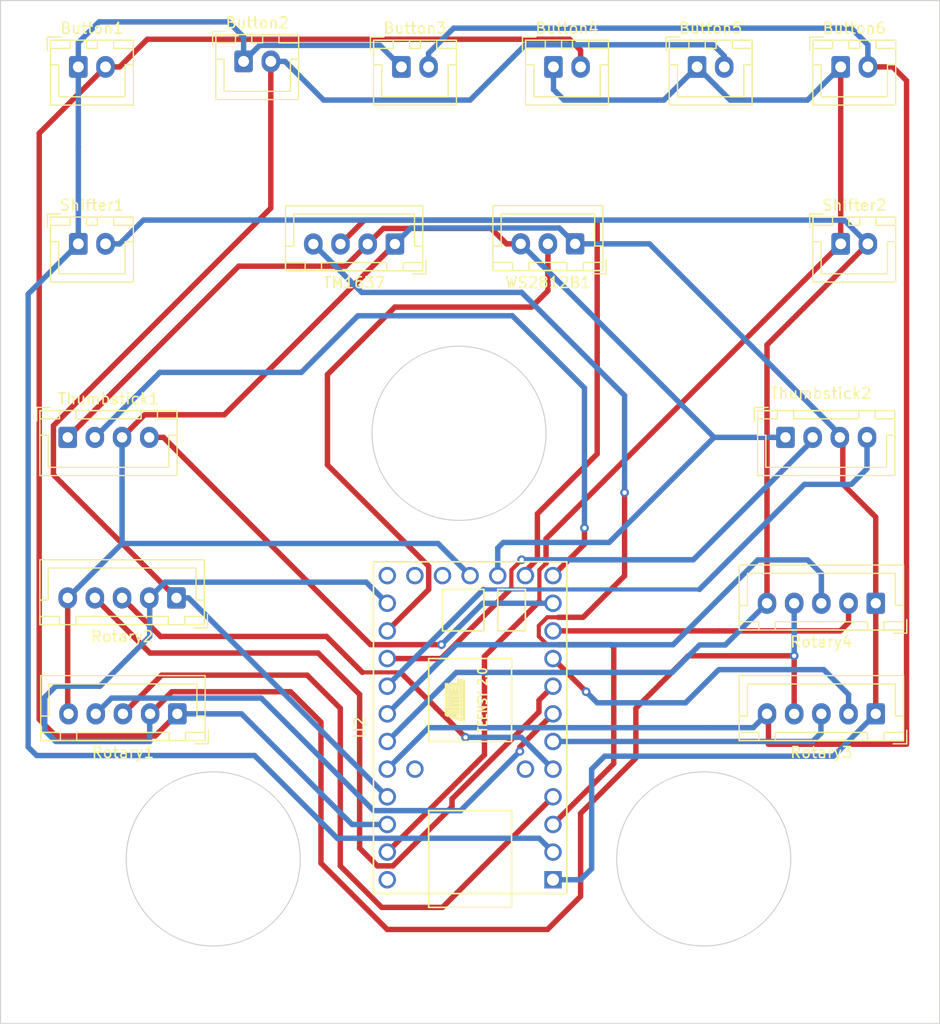
<source format=kicad_pcb>
(kicad_pcb (version 20221018) (generator pcbnew)
  (layers (0 "F.Cu" signal) (31 "B.Cu" signal) (34 "B.Paste" user) (35 "F.Paste" user) (36 "B.SilkS" user "B.Silkscreen") (37 "F.SilkS" user "F.Silkscreen") (38 "B.Mask" user) (39 "F.Mask" user) (44 "Edge.Cuts" user))
  (net 0 "")
  (net 6 "Net-(Button1-Pin_1)")
  (net 7 "Net-(Button1-Pin_2)")
  (net 8 "Net-(Button2-Pin_2)")
  (net 9 "Net-(Button3-Pin_2)")
  (net 10 "Net-(Button4-Pin_1)")
  (net 11 "Net-(Rotary1-Pin_2)")
  (net 12 "Net-(Rotary1-Pin_3)")
  (net 13 "Net-(Rotary1-Pin_4)")
  (net 14 "GND")
  (net 15 "Net-(Rotary2-Pin_3)")
  (net 16 "Net-(Rotary2-Pin_4)")
  (net 17 "Net-(Rotary3-Pin_3)")
  (net 18 "Net-(Rotary4-Pin_3)")
  (net 19 "+5V")
  (net 20 "Net-(Thumbstick1-Pin_2)")
  (net 21 "Net-(Thumbstick1-Pin_4)")
  (net 22 "Net-(TM1637-Pin_3)")
  (net 23 "Net-(TM1637-Pin_4)")
  (net 24 "Net-(U2-13_A8)")
  (net 26 "Net-(Rotary4-Pin_5)")
  (net 27 "Net-(Rotary4-Pin_2)")
  (net 28 "Net-(Rotary3-Pin_2)")
  (net 29 "Net-(Thumbstick2-Pin_2)")
  (net 30 "Net-(Thumbstick2-Pin_4)")
  (footprint "Connector_JST:JST_XH_B2B-XH-A_1x02_P2.50mm_Vertical" (layer "F.Cu") (at 126.492 33.528)
    (fp_text reference "Button2" (at 1.25 -3.55) (layer "F.SilkS"))
    (fp_text value "Conn_01x02")
    (pad "1" thru_hole roundrect (at 0 0) (size 1.7 2) (drill 1) (layers "*.Cu" "*.Mask") (roundrect_rratio 0.1470588235) (net 6 "Net-(Button1-Pin_1)"))
    (pad "2" thru_hole oval (at 2.5 0) (size 1.7 2) (drill 1) (layers "*.Cu" "*.Mask") (net 8 "Net-(Button2-Pin_2)"))
  )
  (footprint "Connector_JST:JST_XH_B3B-XH-A_1x03_P2.50mm_Vertical" (layer "F.Cu") (at 156.972 50.292 180)
    (fp_text reference "WS2812B1" (at 2.5 -3.55) (layer "F.SilkS"))
    (fp_text value "Conn_01x03")
    (pad "1" thru_hole roundrect (at 0 0 180) (size 1.7 1.95) (drill 0.95) (layers "*.Cu" "*.Mask") (roundrect_rratio 0.1470588235) (net 14 "GND"))
    (pad "2" thru_hole oval (at 2.5 0 180) (size 1.7 1.95) (drill 0.95) (layers "*.Cu" "*.Mask") (net 24 "Net-(U2-13_A8)"))
    (pad "3" thru_hole oval (at 5 0 180) (size 1.7 1.95) (drill 0.95) (layers "*.Cu" "*.Mask") (net 19 "+5V"))
  )
  (footprint "Connector_JST:JST_XH_B4B-XH-A_1x04_P2.50mm_Vertical" (layer "F.Cu") (at 176.316 68.072)
    (fp_text reference "Thumbstick2" (at 3.242 -4.047) (layer "F.SilkS"))
    (fp_text value "Conn_01x04")
    (pad "1" thru_hole roundrect (at 0 0) (size 1.7 1.95) (drill 0.95) (layers "*.Cu" "*.Mask") (roundrect_rratio 0.1470588235) (net 19 "+5V"))
    (pad "2" thru_hole oval (at 2.5 0) (size 1.7 1.95) (drill 0.95) (layers "*.Cu" "*.Mask") (net 29 "Net-(Thumbstick2-Pin_2)"))
    (pad "3" thru_hole oval (at 5 0) (size 1.7 1.95) (drill 0.95) (layers "*.Cu" "*.Mask") (net 14 "GND"))
    (pad "4" thru_hole oval (at 7.5 0) (size 1.7 1.95) (drill 0.95) (layers "*.Cu" "*.Mask") (net 30 "Net-(Thumbstick2-Pin_4)"))
  )
  (footprint "Connector_JST:JST_XH_B2B-XH-A_1x02_P2.50mm_Vertical" (layer "F.Cu") (at 181.396 50.292)
    (fp_text reference "Shifter2" (at 1.25 -3.55) (layer "F.SilkS"))
    (fp_text value "Conn_01x02")
    (pad "1" thru_hole roundrect (at 0 0) (size 1.7 2) (drill 1) (layers "*.Cu" "*.Mask") (roundrect_rratio 0.1470588235) (net 10 "Net-(Button4-Pin_1)"))
    (pad "2" thru_hole oval (at 2.5 0) (size 1.7 2) (drill 1) (layers "*.Cu" "*.Mask") (net 26 "Net-(Rotary4-Pin_5)"))
  )
  (footprint "Connector_JST:JST_XH_B5B-XH-A_1x05_P2.50mm_Vertical" (layer "F.Cu") (at 184.618 93.472 180)
    (fp_text reference "Rotary3" (at 5 -3.55) (layer "F.SilkS"))
    (fp_text value "Conn_01x05")
    (pad "1" thru_hole roundrect (at 0 0 180) (size 1.7 1.95) (drill 0.95) (layers "*.Cu" "*.Mask") (roundrect_rratio 0.1470588235) (net 14 "GND"))
    (pad "2" thru_hole oval (at 2.5 0 180) (size 1.7 1.95) (drill 0.95) (layers "*.Cu" "*.Mask") (net 28 "Net-(Rotary3-Pin_2)"))
    (pad "3" thru_hole oval (at 5 0 180) (size 1.7 1.95) (drill 0.95) (layers "*.Cu" "*.Mask") (net 17 "Net-(Rotary3-Pin_3)"))
    (pad "4" thru_hole oval (at 7.5 0 180) (size 1.7 1.95) (drill 0.95) (layers "*.Cu" "*.Mask") (net 11 "Net-(Rotary1-Pin_2)"))
    (pad "5" thru_hole oval (at 10 0 180) (size 1.7 1.95) (drill 0.95) (layers "*.Cu" "*.Mask") (net 9 "Net-(Button3-Pin_2)"))
  )
  (footprint "Connector_JST:JST_XH_B5B-XH-A_1x05_P2.50mm_Vertical" (layer "F.Cu") (at 120.316 82.821 180)
    (fp_text reference "Rotary2" (at 5 -3.55) (layer "F.SilkS"))
    (fp_text value "Conn_01x05")
    (pad "1" thru_hole roundrect (at 0 0 180) (size 1.7 1.95) (drill 0.95) (layers "*.Cu" "*.Mask") (roundrect_rratio 0.1470588235) (net 8 "Net-(Button2-Pin_2)"))
    (pad "2" thru_hole oval (at 2.5 0 180) (size 1.7 1.95) (drill 0.95) (layers "*.Cu" "*.Mask") (net 11 "Net-(Rotary1-Pin_2)"))
    (pad "3" thru_hole oval (at 5 0 180) (size 1.7 1.95) (drill 0.95) (layers "*.Cu" "*.Mask") (net 15 "Net-(Rotary2-Pin_3)"))
    (pad "4" thru_hole oval (at 7.5 0 180) (size 1.7 1.95) (drill 0.95) (layers "*.Cu" "*.Mask") (net 16 "Net-(Rotary2-Pin_4)"))
    (pad "5" thru_hole oval (at 10 0 180) (size 1.7 1.95) (drill 0.95) (layers "*.Cu" "*.Mask") (net 14 "GND"))
  )
  (footprint "Connector_JST:JST_XH_B5B-XH-A_1x05_P2.50mm_Vertical" (layer "F.Cu") (at 184.618 83.312 180)
    (fp_text reference "Rotary4" (at 5 -3.55) (layer "F.SilkS"))
    (fp_text value "Conn_01x05")
    (pad "1" thru_hole roundrect (at 0 0 180) (size 1.7 1.95) (drill 0.95) (layers "*.Cu" "*.Mask") (roundrect_rratio 0.1470588235) (net 14 "GND"))
    (pad "2" thru_hole oval (at 2.5 0 180) (size 1.7 1.95) (drill 0.95) (layers "*.Cu" "*.Mask") (net 27 "Net-(Rotary4-Pin_2)"))
    (pad "3" thru_hole oval (at 5 0 180) (size 1.7 1.95) (drill 0.95) (layers "*.Cu" "*.Mask") (net 18 "Net-(Rotary4-Pin_3)"))
    (pad "4" thru_hole oval (at 7.5 0 180) (size 1.7 1.95) (drill 0.95) (layers "*.Cu" "*.Mask") (net 11 "Net-(Rotary1-Pin_2)"))
    (pad "5" thru_hole oval (at 10 0 180) (size 1.7 1.95) (drill 0.95) (layers "*.Cu" "*.Mask") (net 26 "Net-(Rotary4-Pin_5)"))
  )
  (footprint "Connector_JST:JST_XH_B2B-XH-A_1x02_P2.50mm_Vertical" (layer "F.Cu") (at 168.188 34.036)
    (fp_text reference "Button5" (at 1.25 -3.55) (layer "F.SilkS"))
    (fp_text value "Conn_01x02")
    (pad "1" thru_hole roundrect (at 0 0) (size 1.7 2) (drill 1) (layers "*.Cu" "*.Mask") (roundrect_rratio 0.1470588235) (net 10 "Net-(Button4-Pin_1)"))
    (pad "2" thru_hole oval (at 2.5 0) (size 1.7 2) (drill 1) (layers "*.Cu" "*.Mask") (net 8 "Net-(Button2-Pin_2)"))
  )
  (footprint "Connector_JST:JST_XH_B5B-XH-A_1x05_P2.50mm_Vertical" (layer "F.Cu") (at 120.396 93.472 180)
    (fp_text reference "Rotary1" (at 5 -3.55) (layer "F.SilkS"))
    (fp_text value "Conn_01x05")
    (pad "1" thru_hole roundrect (at 0 0 180) (size 1.7 1.95) (drill 0.95) (layers "*.Cu" "*.Mask") (roundrect_rratio 0.1470588235) (net 7 "Net-(Button1-Pin_2)"))
    (pad "2" thru_hole oval (at 2.5 0 180) (size 1.7 1.95) (drill 0.95) (layers "*.Cu" "*.Mask") (net 11 "Net-(Rotary1-Pin_2)"))
    (pad "3" thru_hole oval (at 5 0 180) (size 1.7 1.95) (drill 0.95) (layers "*.Cu" "*.Mask") (net 12 "Net-(Rotary1-Pin_3)"))
    (pad "4" thru_hole oval (at 7.5 0 180) (size 1.7 1.95) (drill 0.95) (layers "*.Cu" "*.Mask") (net 13 "Net-(Rotary1-Pin_4)"))
    (pad "5" thru_hole oval (at 10 0 180) (size 1.7 1.95) (drill 0.95) (layers "*.Cu" "*.Mask") (net 14 "GND"))
  )
  (footprint "Connector_JST:JST_XH_B4B-XH-A_1x04_P2.50mm_Vertical" (layer "F.Cu") (at 110.316 68.072)
    (fp_text reference "Thumbstick1" (at 3.75 -3.55) (layer "F.SilkS"))
    (fp_text value "Conn_01x04")
    (pad "1" thru_hole roundrect (at 0 0) (size 1.7 1.95) (drill 0.95) (layers "*.Cu" "*.Mask") (roundrect_rratio 0.1470588235) (net 19 "+5V"))
    (pad "2" thru_hole oval (at 2.5 0) (size 1.7 1.95) (drill 0.95) (layers "*.Cu" "*.Mask") (net 20 "Net-(Thumbstick1-Pin_2)"))
    (pad "3" thru_hole oval (at 5 0) (size 1.7 1.95) (drill 0.95) (layers "*.Cu" "*.Mask") (net 14 "GND"))
    (pad "4" thru_hole oval (at 7.5 0) (size 1.7 1.95) (drill 0.95) (layers "*.Cu" "*.Mask") (net 21 "Net-(Thumbstick1-Pin_4)"))
  )
  (footprint "Connector_JST:JST_XH_B2B-XH-A_1x02_P2.50mm_Vertical" (layer "F.Cu") (at 111.292 34.036)
    (fp_text reference "Button1" (at 1.25 -3.55) (layer "F.SilkS"))
    (fp_text value "Conn_01x02")
    (pad "1" thru_hole roundrect (at 0 0) (size 1.7 2) (drill 1) (layers "*.Cu" "*.Mask") (roundrect_rratio 0.1470588235) (net 6 "Net-(Button1-Pin_1)"))
    (pad "2" thru_hole oval (at 2.5 0) (size 1.7 2) (drill 1) (layers "*.Cu" "*.Mask") (net 7 "Net-(Button1-Pin_2)"))
  )
  (footprint "Connector_JST:JST_XH_B2B-XH-A_1x02_P2.50mm_Vertical" (layer "F.Cu") (at 181.396 34.036)
    (fp_text reference "Button6" (at 1.25 -3.55) (layer "F.SilkS"))
    (fp_text value "Conn_01x02")
    (pad "1" thru_hole roundrect (at 0 0) (size 1.7 2) (drill 1) (layers "*.Cu" "*.Mask") (roundrect_rratio 0.1470588235) (net 10 "Net-(Button4-Pin_1)"))
    (pad "2" thru_hole oval (at 2.5 0) (size 1.7 2) (drill 1) (layers "*.Cu" "*.Mask") (net 9 "Net-(Button3-Pin_2)"))
  )
  (footprint "Connector_JST:JST_XH_B4B-XH-A_1x04_P2.50mm_Vertical" (layer "F.Cu") (at 140.402 50.309 180)
    (fp_text reference "TM1637" (at 3.75 -3.55) (layer "F.SilkS"))
    (fp_text value "Conn_01x04")
    (pad "1" thru_hole roundrect (at 0 0 180) (size 1.7 1.95) (drill 0.95) (layers "*.Cu" "*.Mask") (roundrect_rratio 0.1470588235) (net 14 "GND"))
    (pad "2" thru_hole oval (at 2.5 0 180) (size 1.7 1.95) (drill 0.95) (layers "*.Cu" "*.Mask") (net 19 "+5V"))
    (pad "3" thru_hole oval (at 5 0 180) (size 1.7 1.95) (drill 0.95) (layers "*.Cu" "*.Mask") (net 22 "Net-(TM1637-Pin_3)"))
    (pad "4" thru_hole oval (at 7.5 0 180) (size 1.7 1.95) (drill 0.95) (layers "*.Cu" "*.Mask") (net 23 "Net-(TM1637-Pin_4)"))
  )
  (footprint "Connector_JST:JST_XH_B2B-XH-A_1x02_P2.50mm_Vertical" (layer "F.Cu") (at 154.98 34.036)
    (fp_text reference "Button4" (at 1.25 -3.55) (layer "F.SilkS"))
    (fp_text value "Conn_01x02")
    (pad "1" thru_hole roundrect (at 0 0) (size 1.7 2) (drill 1) (layers "*.Cu" "*.Mask") (roundrect_rratio 0.1470588235) (net 10 "Net-(Button4-Pin_1)"))
    (pad "2" thru_hole oval (at 2.5 0) (size 1.7 2) (drill 1) (layers "*.Cu" "*.Mask") (net 7 "Net-(Button1-Pin_2)"))
  )
  (footprint "Connector_JST:JST_XH_B2B-XH-A_1x02_P2.50mm_Vertical" (layer "F.Cu") (at 111.292 50.292)
    (fp_text reference "Shifter1" (at 1.25 -3.55) (layer "F.SilkS"))
    (fp_text value "Conn_01x02")
    (pad "1" thru_hole roundrect (at 0 0) (size 1.7 2) (drill 1) (layers "*.Cu" "*.Mask") (roundrect_rratio 0.1470588235) (net 6 "Net-(Button1-Pin_1)"))
    (pad "2" thru_hole oval (at 2.5 0) (size 1.7 2) (drill 1) (layers "*.Cu" "*.Mask") (net 26 "Net-(Rotary4-Pin_5)"))
  )
  (footprint "teensy:Teensy2.0" (layer "F.Cu") (at 147.32 94.742 90)
    (fp_text reference "U2" (at 0 -10.16 90) (layer "F.SilkS"))
    (fp_text value "Teensy2.0_(Arduino)")
    (fp_text user "TEENSY 2.0" (at 2.54 1.143 90) (layer "F.SilkS") (effects (font (size 0.8 0.7))))
    (pad "1" thru_hole rect (at -13.97 7.62 90) (size 1.6 1.6) (drill 1.1) (layers "*.Cu" "*.Mask") (net 14 "GND"))
    (pad "2" thru_hole circle (at -11.43 7.62 90) (size 1.6 1.6) (drill 1.1) (layers "*.Cu" "*.Mask") (net 6 "Net-(Button1-Pin_1)"))
    (pad "3" thru_hole circle (at -8.89 7.62 90) (size 1.6 1.6) (drill 1.1) (layers "*.Cu" "*.Mask") (net 23 "Net-(TM1637-Pin_4)"))
    (pad "4" thru_hole circle (at -6.35 7.62 90) (size 1.6 1.6) (drill 1.1) (layers "*.Cu" "*.Mask") (net 12 "Net-(Rotary1-Pin_3)"))
    (pad "5" thru_hole circle (at -3.81 7.62 90) (size 1.6 1.6) (drill 1.1) (layers "*.Cu" "*.Mask") (net 15 "Net-(Rotary2-Pin_3)"))
    (pad "6" thru_hole circle (at -1.27 7.62 90) (size 1.6 1.6) (drill 1.1) (layers "*.Cu" "*.Mask") (net 17 "Net-(Rotary3-Pin_3)"))
    (pad "7" thru_hole circle (at 1.27 7.62 90) (size 1.6 1.6) (drill 1.1) (layers "*.Cu" "*.Mask") (net 13 "Net-(Rotary1-Pin_4)"))
    (pad "8" thru_hole circle (at 3.81 7.62 90) (size 1.6 1.6) (drill 1.1) (layers "*.Cu" "*.Mask") (net 16 "Net-(Rotary2-Pin_4)"))
    (pad "9" thru_hole circle (at 6.35 7.62 90) (size 1.6 1.6) (drill 1.1) (layers "*.Cu" "*.Mask") (net 28 "Net-(Rotary3-Pin_2)"))
    (pad "10" thru_hole circle (at 8.89 7.62 90) (size 1.6 1.6) (drill 1.1) (layers "*.Cu" "*.Mask") (net 27 "Net-(Rotary4-Pin_2)"))
    (pad "11" thru_hole circle (at 11.43 7.62 90) (size 1.6 1.6) (drill 1.1) (layers "*.Cu" "*.Mask") (net 21 "Net-(Thumbstick1-Pin_4)"))
    (pad "12" thru_hole circle (at 13.97 7.62 90) (size 1.6 1.6) (drill 1.1) (layers "*.Cu" "*.Mask") (net 20 "Net-(Thumbstick1-Pin_2)"))
    (pad "13" thru_hole circle (at 13.97 5.08 90) (size 1.6 1.6) (drill 1.1) (layers "*.Cu" "*.Mask") (net 22 "Net-(TM1637-Pin_3)"))
    (pad "14" thru_hole circle (at 13.97 2.54 90) (size 1.6 1.6) (drill 1.1) (layers "*.Cu" "*.Mask") (net 19 "+5V"))
    (pad "15" thru_hole circle (at 13.97 0 90) (size 1.6 1.6) (drill 1.1) (layers "*.Cu" "*.Mask") (net 14 "GND"))
    (pad "16" thru_hole circle (at 13.97 -2.54 90) (size 1.6 1.6) (drill 1.1) (layers "*.Cu" "*.Mask"))
    (pad "17" thru_hole circle (at 13.97 -5.08 90) (size 1.6 1.6) (drill 1.1) (layers "*.Cu" "*.Mask"))
    (pad "18" thru_hole circle (at 13.97 -7.62 90) (size 1.6 1.6) (drill 1.1) (layers "*.Cu" "*.Mask"))
    (pad "19" thru_hole circle (at 11.43 -7.62 90) (size 1.6 1.6) (drill 1.1) (layers "*.Cu" "*.Mask") (net 11 "Net-(Rotary1-Pin_2)"))
    (pad "20" thru_hole circle (at 8.89 -7.62 90) (size 1.6 1.6) (drill 1.1) (layers "*.Cu" "*.Mask") (net 24 "Net-(U2-13_A8)"))
    (pad "21" thru_hole circle (at 6.35 -7.62 90) (size 1.6 1.6) (drill 1.1) (layers "*.Cu" "*.Mask") (net 29 "Net-(Thumbstick2-Pin_2)"))
    (pad "22" thru_hole circle (at 3.81 -7.62 90) (size 1.6 1.6) (drill 1.1) (layers "*.Cu" "*.Mask") (net 30 "Net-(Thumbstick2-Pin_4)"))
    (pad "23" thru_hole circle (at 1.27 -7.62 90) (size 1.6 1.6) (drill 1.1) (layers "*.Cu" "*.Mask") (net 18 "Net-(Rotary4-Pin_3)"))
    (pad "24" thru_hole circle (at -1.27 -7.62 90) (size 1.6 1.6) (drill 1.1) (layers "*.Cu" "*.Mask") (net 26 "Net-(Rotary4-Pin_5)"))
    (pad "25" thru_hole circle (at -3.81 -7.62 90) (size 1.6 1.6) (drill 1.1) (layers "*.Cu" "*.Mask") (net 9 "Net-(Button3-Pin_2)"))
    (pad "26" thru_hole circle (at -6.35 -7.62 90) (size 1.6 1.6) (drill 1.1) (layers "*.Cu" "*.Mask") (net 8 "Net-(Button2-Pin_2)"))
    (pad "27" thru_hole circle (at -8.89 -7.62 90) (size 1.6 1.6) (drill 1.1) (layers "*.Cu" "*.Mask") (net 7 "Net-(Button1-Pin_2)"))
    (pad "28" thru_hole circle (at -11.43 -7.62 90) (size 1.6 1.6) (drill 1.1) (layers "*.Cu" "*.Mask") (net 10 "Net-(Button4-Pin_1)"))
    (pad "29" thru_hole circle (at -13.97 -7.62 90) (size 1.6 1.6) (drill 1.1) (layers "*.Cu" "*.Mask"))
    (pad "30" thru_hole circle (at -3.81 5.08 90) (size 1.6 1.6) (drill 1.1) (layers "*.Cu" "*.Mask"))
    (pad "31" thru_hole circle (at -3.81 -5.08 90) (size 1.6 1.6) (drill 1.1) (layers "*.Cu" "*.Mask"))
  )
  (footprint "Connector_JST:JST_XH_B2B-XH-A_1x02_P2.50mm_Vertical" (layer "F.Cu") (at 141 34.036)
    (fp_text reference "Button3" (at 1.25 -3.55) (layer "F.SilkS"))
    (fp_text value "Conn_01x02")
    (pad "1" thru_hole roundrect (at 0 0) (size 1.7 2) (drill 1) (layers "*.Cu" "*.Mask") (roundrect_rratio 0.1470588235) (net 6 "Net-(Button1-Pin_1)"))
    (pad "2" thru_hole oval (at 2.5 0) (size 1.7 2) (drill 1) (layers "*.Cu" "*.Mask") (net 9 "Net-(Button3-Pin_2)"))
  )
  (gr_circle (center 168.8 106.8) (end 176.8 106.8) (stroke (width 0.1)) (fill none) (layer "Edge.Cuts"))
  (gr_circle (center 146.3 67.7) (end 154.3 67.7) (stroke (width 0.1)) (fill none) (layer "Edge.Cuts"))
  (gr_rect (start 104.14 27.94) (end 190.5 121.92) (stroke (width 0.1)) (fill none) (layer "Edge.Cuts"))
  (gr_circle (center 123.7 106.8) (end 131.7 106.8) (stroke (width 0.1)) (fill none) (layer "Edge.Cuts"))
  (segment (start 126.492 31.292) (end 126.492 33.528) (width 0.5) (layer "B.Cu") (net 6))
  (segment (start 135.1 104.902) (end 135.1 104.9) (width 0.5) (layer "B.Cu") (net 6))
  (segment (start 113.2 29.9) (end 125.1 29.9) (width 0.5) (layer "B.Cu") (net 6))
  (segment (start 141 34.036) (end 139.0204 32.0564) (width 0.5) (layer "B.Cu") (net 6))
  (segment (start 153.67 104.902) (end 135.1 104.902) (width 0.5) (layer "B.Cu") (net 6))
  (segment (start 106.68 96.52) (end 106.68 54.904) (width 0.5) (layer "B.Cu") (net 6))
  (segment (start 139.0204 32.0564) (end 127.9636 32.0564) (width 0.5) (layer "B.Cu") (net 6))
  (segment (start 107.46 97.3) (end 106.68 96.52) (width 0.5) (layer "B.Cu") (net 6))
  (segment (start 125.1 29.9) (end 126.492 31.292) (width 0.5) (layer "B.Cu") (net 6))
  (segment (start 111.292 34.036) (end 111.292 31.808) (width 0.5) (layer "B.Cu") (net 6))
  (segment (start 135.1 104.9) (end 127.5 97.3) (width 0.5) (layer "B.Cu") (net 6))
  (segment (start 127.5 97.3) (end 107.46 97.3) (width 0.5) (layer "B.Cu") (net 6))
  (segment (start 111.292 31.808) (end 113.2 29.9) (width 0.5) (layer "B.Cu") (net 6))
  (segment (start 154.94 106.172) (end 153.67 104.902) (width 0.5) (layer "B.Cu") (net 6))
  (segment (start 111.292 50.292) (end 111.292 41.4) (width 0.5) (layer "B.Cu") (net 6))
  (segment (start 106.68 54.904) (end 111.292 50.292) (width 0.5) (layer "B.Cu") (net 6))
  (segment (start 111.292 41.4) (end 111.292 34.036) (width 0.5) (layer "B.Cu") (net 6))
  (segment (start 127.9636 32.0564) (end 126.492 33.528) (width 0.5) (layer "B.Cu") (net 6))
  (segment (start 157.48 32.512) (end 157.48 34.036) (width 0.5) (layer "F.Cu") (net 7))
  (segment (start 118.364 95.504) (end 109.22 95.504) (width 0.5) (layer "F.Cu") (net 7))
  (segment (start 156.464 31.496) (end 157.48 32.512) (width 0.5) (layer "F.Cu") (net 7))
  (segment (start 113.792 34.036) (end 115.0939 34.036) (width 0.5) (layer "F.Cu") (net 7))
  (segment (start 107.696 93.98) (end 107.696 40.132) (width 0.5) (layer "F.Cu") (net 7))
  (segment (start 117.6339 31.496) (end 156.464 31.496) (width 0.5) (layer "F.Cu") (net 7))
  (segment (start 109.22 95.504) (end 107.696 93.98) (width 0.5) (layer "F.Cu") (net 7))
  (segment (start 120.396 93.472) (end 118.364 95.504) (width 0.5) (layer "F.Cu") (net 7))
  (segment (start 107.696 40.132) (end 113.792 34.036) (width 0.5) (layer "F.Cu") (net 7))
  (segment (start 115.0939 34.036) (end 117.6339 31.496) (width 0.5) (layer "F.Cu") (net 7))
  (segment (start 139.7 103.632) (end 136.4578 103.632) (width 0.5) (layer "B.Cu") (net 7))
  (segment (start 126.2978 93.472) (end 120.396 93.472) (width 0.5) (layer "B.Cu") (net 7))
  (segment (start 136.4578 103.632) (end 126.2978 93.472) (width 0.5) (layer "B.Cu") (net 7))
  (segment (start 109.0044 71.5094) (end 120.316 82.821) (width 0.5) (layer "F.Cu") (net 8))
  (segment (start 109.0044 66.9937) (end 109.0044 71.5094) (width 0.5) (layer "F.Cu") (net 8))
  (segment (start 128.992 33.528) (end 128.992 47.0061) (width 0.5) (layer "F.Cu") (net 8))
  (segment (start 128.992 47.0061) (end 109.0044 66.9937) (width 0.5) (layer "F.Cu") (net 8))
  (segment (start 147.32 37.084) (end 133.8499 37.084) (width 0.5) (layer "B.Cu") (net 8))
  (segment (start 170.688 33.02) (end 169.672 32.004) (width 0.5) (layer "B.Cu") (net 8))
  (segment (start 170.688 34.036) (end 170.688 33.02) (width 0.5) (layer "B.Cu") (net 8))
  (segment (start 152.4 32.004) (end 147.32 37.084) (width 0.5) (layer "B.Cu") (net 8))
  (segment (start 133.8499 37.084) (end 130.2939 33.528) (width 0.5) (layer "B.Cu") (net 8))
  (segment (start 139.7 101.092) (end 121.429 82.821) (width 0.5) (layer "B.Cu") (net 8))
  (segment (start 121.429 82.821) (end 120.316 82.821) (width 0.5) (layer "B.Cu") (net 8))
  (segment (start 130.2939 33.528) (end 128.992 33.528) (width 0.5) (layer "B.Cu") (net 8))
  (segment (start 169.672 32.004) (end 152.4 32.004) (width 0.5) (layer "B.Cu") (net 8))
  (segment (start 187.452 96.266) (end 185.928 96.266) (width 0.5) (layer "F.Cu") (net 9))
  (segment (start 174.752 96.266) (end 174.752 93.606) (width 0.5) (layer "F.Cu") (net 9))
  (segment (start 183.896 34.036) (end 186.182 34.036) (width 0.5) (layer "F.Cu") (net 9))
  (segment (start 186.182 34.036) (end 187.452 35.306) (width 0.5) (layer "F.Cu") (net 9))
  (segment (start 187.452 35.306) (end 187.452 96.266) (width 0.5) (layer "F.Cu") (net 9))
  (segment (start 185.928 96.266) (end 174.752 96.266) (width 0.5) (layer "F.Cu") (net 9))
  (segment (start 174.752 93.606) (end 174.618 93.472) (width 0.5) (layer "F.Cu") (net 9))
  (segment (start 145.796 30.48) (end 143.5 32.776) (width 0.5) (layer "B.Cu") (net 9))
  (segment (start 182.372 30.48) (end 145.796 30.48) (width 0.5) (layer "B.Cu") (net 9))
  (segment (start 183.896 34.036) (end 183.896 32.004) (width 0.5) (layer "B.Cu") (net 9))
  (segment (start 143.5 32.776) (end 143.5 34.036) (width 0.5) (layer "B.Cu") (net 9))
  (segment (start 143.51 94.742) (end 169.418 94.742) (width 0.5) (layer "B.Cu") (net 9))
  (segment (start 169.418 94.742) (end 173.348 94.742) (width 0.5) (layer "B.Cu") (net 9))
  (segment (start 139.7 98.552) (end 143.51 94.742) (width 0.5) (layer "B.Cu") (net 9))
  (segment (start 183.896 32.004) (end 182.372 30.48) (width 0.5) (layer "B.Cu") (net 9))
  (segment (start 173.348 94.742) (end 174.618 93.472) (width 0.5) (layer "B.Cu") (net 9))
  (segment (start 153.6881 83.1427) (end 148.6377 88.1931) (width 0.5) (layer "F.Cu") (net 10))
  (segment (start 154.3025 77.3855) (end 154.3025 79.6391) (width 0.5) (layer "F.Cu") (net 10))
  (segment (start 148.6377 88.1931) (end 148.6377 97.2343) (width 0.5) (layer "F.Cu") (net 10))
  (segment (start 181.396 50.292) (end 154.3025 77.3855) (width 0.5) (layer "F.Cu") (net 10))
  (segment (start 181.396 50.292) (end 181.396 34.036) (width 0.5) (layer "F.Cu") (net 10))
  (segment (start 154.3025 79.6391) (end 153.6881 80.2535) (width 0.381) (layer "F.Cu") (net 10))
  (segment (start 153.6881 80.2535) (end 153.6881 83.1427) (width 0.381) (layer "F.Cu") (net 10))
  (segment (start 148.6377 97.2343) (end 139.7 106.172) (width 0.5) (layer "F.Cu") (net 10))
  (segment (start 165.14 37.084) (end 168.188 34.036) (width 0.5) (layer "B.Cu") (net 10))
  (segment (start 154.98 36.108) (end 155.956 37.084) (width 0.5) (layer "B.Cu") (net 10))
  (segment (start 178.348 37.084) (end 181.396 34.036) (width 0.5) (layer "B.Cu") (net 10))
  (segment (start 171.236 37.084) (end 178.348 37.084) (width 0.5) (layer "B.Cu") (net 10))
  (segment (start 168.188 34.036) (end 171.236 37.084) (width 0.5) (layer "B.Cu") (net 10))
  (segment (start 154.98 34.036) (end 154.98 36.108) (width 0.5) (layer "B.Cu") (net 10))
  (segment (start 155.956 37.084) (end 165.14 37.084) (width 0.5) (layer "B.Cu") (net 10))
  (segment (start 133.604 94.234) (end 130.81 91.44) (width 0.5) (layer "F.Cu") (net 11))
  (segment (start 133.604 107.188) (end 133.604 94.234) (width 0.5) (layer "F.Cu") (net 11))
  (segment (start 157.48 110.236) (end 154.432 113.284) (width 0.5) (layer "F.Cu") (net 11))
  (segment (start 167.386 88.138) (end 162.56 92.964) (width 0.5) (layer "F.Cu") (net 11))
  (segment (start 139.7 113.284) (end 133.604 107.188) (width 0.5) (layer "F.Cu") (net 11))
  (segment (start 154.432 113.284) (end 139.7 113.284) (width 0.5) (layer "F.Cu") (net 11))
  (segment (start 119.3359 91.9921) (end 119.3359 92.0321) (width 0.5) (layer "F.Cu") (net 11))
  (segment (start 177.118 88.138) (end 167.386 88.138) (width 0.5) (layer "F.Cu") (net 11))
  (segment (start 162.56 97.536) (end 157.48 102.616) (width 0.5) (layer "F.Cu") (net 11))
  (segment (start 162.56 92.964) (end 162.56 97.536) (width 0.5) (layer "F.Cu") (net 11))
  (segment (start 130.81 91.44) (end 119.888 91.44) (width 0.5) (layer "F.Cu") (net 11))
  (segment (start 119.888 91.44) (end 119.3359 91.9921) (width 0.5) (layer "F.Cu") (net 11))
  (segment (start 177.118 88.138) (end 177.118 93.472) (width 0.5) (layer "F.Cu") (net 11))
  (segment (start 157.48 102.616) (end 157.48 110.236) (width 0.5) (layer "F.Cu") (net 11))
  (segment (start 119.3359 92.0321) (end 117.896 93.472) (width 0.5) (layer "F.Cu") (net 11))
  (via (at 177.118 88.138) (size 0.8) (drill 0.4) (layers "F.Cu" "B.Cu") (net 11))
  (segment (start 117.856 86.36) (end 117.856 82.861) (width 0.5) (layer "B.Cu") (net 11))
  (segment (start 119.2629 81.3741) (end 117.816 82.821) (width 0.5) (layer "B.Cu") (net 11))
  (segment (start 137.7621 81.3741) (end 119.2629 81.3741) (width 0.5) (layer "B.Cu") (net 11))
  (segment (start 117.856 82.861) (end 117.816 82.821) (width 0.5) (layer "B.Cu") (net 11))
  (segment (start 117.856 96.012) (end 109.22 96.012) (width 0.5) (layer "B.Cu") (net 11))
  (segment (start 108.204 91.948) (end 109.22 90.932) (width 0.5) (layer "B.Cu") (net 11))
  (segment (start 117.856 93.512) (end 117.856 96.012) (width 0.5) (layer "B.Cu") (net 11))
  (segment (start 117.896 93.472) (end 117.856 93.512) (width 0.5) (layer "B.Cu") (net 11))
  (segment (start 109.22 96.012) (end 108.204 94.996) (width 0.5) (layer "B.Cu") (net 11))
  (segment (start 139.7 83.312) (end 137.7621 81.3741) (width 0.5) (layer "B.Cu") (net 11))
  (segment (start 109.22 90.932) (end 113.284 90.932) (width 0.5) (layer "B.Cu") (net 11))
  (segment (start 177.118 88.138) (end 177.118 83.312) (width 0.5) (layer "B.Cu") (net 11))
  (segment (start 108.204 94.996) (end 108.204 91.948) (width 0.5) (layer "B.Cu") (net 11))
  (segment (start 113.284 90.932) (end 117.856 86.36) (width 0.5) (layer "B.Cu") (net 11))
  (segment (start 144.78 111.252) (end 154.94 101.092) (width 0.5) (layer "F.Cu") (net 12))
  (segment (start 115.396 93.472) (end 118.952 89.916) (width 0.5) (layer "F.Cu") (net 12))
  (segment (start 135.382 107.442) (end 139.192 111.252) (width 0.5) (layer "F.Cu") (net 12))
  (segment (start 135.382 92.964) (end 135.382 107.442) (width 0.5) (layer "F.Cu") (net 12))
  (segment (start 139.192 111.252) (end 144.78 111.252) (width 0.5) (layer "F.Cu") (net 12))
  (segment (start 132.334 89.916) (end 135.382 92.964) (width 0.5) (layer "F.Cu") (net 12))
  (segment (start 118.952 89.916) (end 132.334 89.916) (width 0.5) (layer "F.Cu") (net 12))
  (segment (start 151.8913 96.9185) (end 151.8913 96.5207) (width 0.5) (layer "F.Cu") (net 13))
  (segment (start 151.8913 96.5207) (end 154.94 93.472) (width 0.5) (layer "F.Cu") (net 13))
  (via (at 151.8913 96.9185) (size 0.8) (drill 0.4) (layers "F.Cu" "B.Cu") (net 13))
  (segment (start 114.3427 92.0253) (end 112.896 93.472) (width 0.5) (layer "B.Cu") (net 13))
  (segment (start 146.4478 102.362) (end 138.4497 102.362) (width 0.5) (layer "B.Cu") (net 13))
  (segment (start 138.4497 102.362) (end 128.113 92.0253) (width 0.5) (layer "B.Cu") (net 13))
  (segment (start 128.113 92.0253) (end 114.3427 92.0253) (width 0.5) (layer "B.Cu") (net 13))
  (segment (start 151.8913 96.9185) (end 146.4478 102.362) (width 0.5) (layer "B.Cu") (net 13))
  (segment (start 181.59 68.072) (end 181.59 72.37) (width 0.5) (layer "F.Cu") (net 14))
  (segment (start 110.316 82.821) (end 110.316 93.392) (width 0.5) (layer "F.Cu") (net 14))
  (segment (start 181.59 72.37) (end 183.896 74.676) (width 0.5) (layer "F.Cu") (net 14))
  (segment (start 124.7161 65.9949) (end 117.3931 65.9949) (width 0.5) (layer "F.Cu") (net 14))
  (segment (start 183.896 74.676) (end 184.364 75.144) (width 0.5) (layer "F.Cu") (net 14))
  (segment (start 184.618 83.312) (end 184.618 93.472) (width 0.5) (layer "F.Cu") (net 14))
  (segment (start 117.3931 65.9949) (end 115.316 68.072) (width 0.5) (layer "F.Cu") (net 14))
  (segment (start 183.896 74.676) (end 184.618 75.398) (width 0.5) (layer "F.Cu") (net 14))
  (segment (start 184.618 75.398) (end 184.618 83.312) (width 0.5) (layer "F.Cu") (net 14))
  (segment (start 140.402 50.309) (end 124.7161 65.9949) (width 0.5) (layer "F.Cu") (net 14))
  (segment (start 110.316 93.392) (end 110.396 93.472) (width 0.5) (layer "F.Cu") (net 14))
  (segment (start 159.6868 97.3612) (end 158.496 98.552) (width 0.5) (layer "B.Cu") (net 14))
  (segment (start 140.402 50.309) (end 141.8739 48.8371) (width 0.5) (layer "B.Cu") (net 14))
  (segment (start 147.32 80.772) (end 144.369 77.821) (width 0.5) (layer "B.Cu") (net 14))
  (segment (start 158.496 98.552) (end 158.496 107.696) (width 0.5) (layer "B.Cu") (net 14))
  (segment (start 156.972 50.292) (end 163.81 50.292) (width 0.5) (layer "B.Cu") (net 14))
  (segment (start 180.7288 97.3612) (end 159.6868 97.3612) (width 0.5) (layer "B.Cu") (net 14))
  (segment (start 144.369 77.821) (end 115.316 77.821) (width 0.5) (layer "B.Cu") (net 14))
  (segment (start 110.316 82.821) (end 115.316 77.821) (width 0.5) (layer "B.Cu") (net 14))
  (segment (start 155.5171 48.8371) (end 156.972 50.292) (width 0.5) (layer "B.Cu") (net 14))
  (segment (start 184.618 93.472) (end 180.7288 97.3612) (width 0.5) (layer "B.Cu") (net 14))
  (segment (start 163.81 50.292) (end 181.59 68.072) (width 0.5) (layer "B.Cu") (net 14))
  (segment (start 157.48 108.712) (end 154.94 108.712) (width 0.5) (layer "B.Cu") (net 14))
  (segment (start 115.316 77.821) (end 115.316 68.072) (width 0.5) (layer "B.Cu") (net 14))
  (segment (start 158.496 107.696) (end 157.48 108.712) (width 0.5) (layer "B.Cu") (net 14))
  (segment (start 141.8739 48.8371) (end 155.5171 48.8371) (width 0.5) (layer "B.Cu") (net 14))
  (segment (start 140.9283 89.662) (end 146.8973 95.631) (width 0.5) (layer "F.Cu") (net 15))
  (segment (start 115.316 82.821) (end 118.8635 86.3685) (width 0.5) (layer "F.Cu") (net 15))
  (segment (start 134.112 86.36) (end 137.414 89.662) (width 0.5) (layer "F.Cu") (net 15))
  (segment (start 118.8635 86.3685) (end 118.872 86.36) (width 0.5) (layer "F.Cu") (net 15))
  (segment (start 118.872 86.36) (end 134.112 86.36) (width 0.5) (layer "F.Cu") (net 15))
  (segment (start 137.414 89.662) (end 140.9283 89.662) (width 0.381) (layer "F.Cu") (net 15))
  (via (at 146.8973 95.631) (size 0.8) (drill 0.4) (layers "F.Cu" "B.Cu") (net 15))
  (segment (start 152.019 95.631) (end 146.8973 95.631) (width 0.5) (layer "B.Cu") (net 15))
  (segment (start 154.94 98.552) (end 152.019 95.631) (width 0.5) (layer "B.Cu") (net 15))
  (segment (start 153.6504 92.2216) (end 153.6504 93.2951) (width 0.5) (layer "F.Cu") (net 16))
  (segment (start 154.94 90.932) (end 153.6504 92.2216) (width 0.5) (layer "F.Cu") (net 16))
  (segment (start 145.6551 101.2904) (end 145.6551 102.0018) (width 0.5) (layer "F.Cu") (net 16))
  (segment (start 137.16 91.694) (end 133.35 87.884) (width 0.5) (layer "F.Cu") (net 16))
  (segment (start 140.2149 107.442) (end 138.7899 107.442) (width 0.5) (layer "F.Cu") (net 16))
  (segment (start 145.6551 102.0018) (end 140.2149 107.442) (width 0.5) (layer "F.Cu") (net 16))
  (segment (start 153.6504 93.2951) (end 145.6551 101.2904) (width 0.5) (layer "F.Cu") (net 16))
  (segment (start 133.35 87.884) (end 117.879 87.884) (width 0.5) (layer "F.Cu") (net 16))
  (segment (start 117.879 87.884) (end 112.816 82.821) (width 0.5) (layer "F.Cu") (net 16))
  (segment (start 138.7899 107.442) (end 137.16 105.8121) (width 0.5) (layer "F.Cu") (net 16))
  (segment (start 137.16 105.8121) (end 137.16 91.694) (width 0.5) (layer "F.Cu") (net 16))
  (segment (start 178.816 96.012) (end 179.578 95.25) (width 0.5) (layer "B.Cu") (net 17))
  (segment (start 179.578 93.512) (end 179.618 93.472) (width 0.5) (layer "B.Cu") (net 17))
  (segment (start 154.94 96.012) (end 178.816 96.012) (width 0.5) (layer "B.Cu") (net 17))
  (segment (start 179.578 95.25) (end 179.578 93.512) (width 0.5) (layer "B.Cu") (net 17))
  (segment (start 165.978 87.122) (end 173.7665 79.3335) (width 0.5) (layer "B.Cu") (net 18))
  (segment (start 179.618 80.598) (end 179.304 80.284) (width 0.5) (layer "B.Cu") (net 18))
  (segment (start 178.3535 79.3335) (end 179.304 80.284) (width 0.5) (layer "B.Cu") (net 18))
  (segment (start 146.05 87.122) (end 165.978 87.122) (width 0.5) (layer "B.Cu") (net 18))
  (segment (start 139.7 93.472) (end 146.05 87.122) (width 0.5) (layer "B.Cu") (net 18))
  (segment (start 179.618 83.312) (end 179.618 80.598) (width 0.5) (layer "B.Cu") (net 18))
  (segment (start 173.7665 79.3335) (end 178.3535 79.3335) (width 0.5) (layer "B.Cu") (net 18))
  (segment (start 110.316 68.072) (end 126.0423 52.3457) (width 0.5) (layer "F.Cu") (net 19))
  (segment (start 150.6701 50.292) (end 149.2522 48.8741) (width 0.5) (layer "F.Cu") (net 19))
  (segment (start 139.3369 48.8741) (end 137.902 50.309) (width 0.5) (layer "F.Cu") (net 19))
  (segment (start 126.0423 52.3457) (end 135.8653 52.3457) (width 0.5) (layer "F.Cu") (net 19))
  (segment (start 151.972 50.292) (end 150.6701 50.292) (width 0.5) (layer "F.Cu") (net 19))
  (segment (start 149.2522 48.8741) (end 139.3369 48.8741) (width 0.5) (layer "F.Cu") (net 19))
  (segment (start 135.8653 52.3457) (end 137.902 50.309) (width 0.5) (layer "F.Cu") (net 19))
  (segment (start 169.752 68.072) (end 160.1 77.724) (width 0.5) (layer "B.Cu") (net 19))
  (segment (start 149.86 78.232) (end 150.368 77.724) (width 0.5) (layer "B.Cu") (net 19))
  (segment (start 169.752 68.072) (end 151.972 50.292) (width 0.5) (layer "B.Cu") (net 19))
  (segment (start 160.1 77.724) (end 159.004 77.724) (width 0.5) (layer "B.Cu") (net 19))
  (segment (start 175.2881 68.072) (end 169.752 68.072) (width 0.5) (layer "B.Cu") (net 19))
  (segment (start 149.86 80.772) (end 149.86 78.232) (width 0.5) (layer "B.Cu") (net 19))
  (segment (start 150.368 77.724) (end 159.004 77.724) (width 0.5) (layer "B.Cu") (net 19))
  (segment (start 176.59 68.072) (end 175.2881 68.072) (width 0.5) (layer "B.Cu") (net 19))
  (segment (start 157.8336 77.8784) (end 154.94 80.772) (width 0.5) (layer "F.Cu") (net 20))
  (segment (start 157.8336 76.3952) (end 157.8336 77.8784) (width 0.5) (layer "F.Cu") (net 20))
  (via (at 157.8336 76.3952) (size 0.8) (drill 0.4) (layers "F.Cu" "B.Cu") (net 20))
  (segment (start 131.8 62.1) (end 137 56.9) (width 0.5) (layer "B.Cu") (net 20))
  (segment (start 151.2 56.9) (end 157.8336 63.5336) (width 0.5) (layer "B.Cu") (net 20))
  (segment (start 157.8336 63.5336) (end 157.8336 76.3952) (width 0.5) (layer "B.Cu") (net 20))
  (segment (start 137 56.9) (end 151.2 56.9) (width 0.5) (layer "B.Cu") (net 20))
  (segment (start 112.816 68.072) (end 118.788 62.1) (width 0.5) (layer "B.Cu") (net 20))
  (segment (start 118.788 62.1) (end 131.8 62.1) (width 0.5) (layer "B.Cu") (net 20))
  (segment (start 117.816 68.072) (end 119.1179 68.072) (width 0.5) (layer "F.Cu") (net 21))
  (segment (start 138.163 87.1171) (end 144.6873 87.1171) (width 0.5) (layer "F.Cu") (net 21))
  (segment (start 119.1179 68.072) (end 138.163 87.1171) (width 0.5) (layer "F.Cu") (net 21))
  (via (at 144.6873 87.1171) (size 0.8) (drill 0.4) (layers "F.Cu" "B.Cu") (net 21))
  (segment (start 144.6873 87.1171) (end 148.4924 83.312) (width 0.5) (layer "B.Cu") (net 21))
  (segment (start 148.4924 83.312) (end 154.94 83.312) (width 0.5) (layer "B.Cu") (net 21))
  (segment (start 153.5034 75.0966) (end 153.5034 79.2628) (width 0.5) (layer "F.Cu") (net 22))
  (segment (start 152.4 80.3662) (end 152.4 80.772) (width 0.5) (layer "F.Cu") (net 22))
  (segment (start 158.8635 48.1195) (end 159.004 48.26) (width 0.5) (layer "F.Cu") (net 22))
  (segment (start 135.402 50.309) (end 137.5915 48.1195) (width 0.5) (layer "F.Cu") (net 22))
  (segment (start 159.004 48.26) (end 159.004 69.596) (width 0.5) (layer "F.Cu") (net 22))
  (segment (start 159.004 69.596) (end 153.5034 75.0966) (width 0.5) (layer "F.Cu") (net 22))
  (segment (start 137.5915 48.1195) (end 158.8635 48.1195) (width 0.5) (layer "F.Cu") (net 22))
  (segment (start 153.5034 79.2628) (end 152.4 80.3662) (width 0.5) (layer "F.Cu") (net 22))
  (segment (start 160.528 87.376) (end 160.274 87.122) (width 0.5) (layer "F.Cu") (net 23))
  (segment (start 154.94 103.632) (end 160.528 98.044) (width 0.5) (layer "F.Cu") (net 23))
  (segment (start 157.7159 84.6001) (end 155.4246 84.6001) (width 0.5) (layer "F.Cu") (net 23))
  (segment (start 153.6398 85.3714) (end 154.4111 84.6001) (width 0.381) (layer "F.Cu") (net 23))
  (segment (start 155.4662 87.122) (end 154.4075 87.122) (width 0.381) (layer "F.Cu") (net 23))
  (segment (start 154.4111 84.6001) (end 155.4246 84.6001) (width 0.381) (layer "F.Cu") (net 23))
  (segment (start 160.528 98.044) (end 160.528 87.376) (width 0.5) (layer "F.Cu") (net 23))
  (segment (start 161.5231 80.7929) (end 157.7159 84.6001) (width 0.5) (layer "F.Cu") (net 23))
  (segment (start 160.274 87.122) (end 155.4662 87.122) (width 0.5) (layer "F.Cu") (net 23))
  (segment (start 161.5231 73.1423) (end 161.5231 80.7929) (width 0.5) (layer "F.Cu") (net 23))
  (segment (start 154.4075 87.122) (end 153.6398 86.3543) (width 0.381) (layer "F.Cu") (net 23))
  (segment (start 153.6398 86.3543) (end 153.6398 85.3714) (width 0.381) (layer "F.Cu") (net 23))
  (via (at 161.5231 73.1423) (size 0.8) (drill 0.4) (layers "F.Cu" "B.Cu") (net 23))
  (segment (start 161.5231 64.2231) (end 161.5231 73.1423) (width 0.5) (layer "B.Cu") (net 23))
  (segment (start 132.902 50.309) (end 137.3465 54.7535) (width 0.5) (layer "B.Cu") (net 23))
  (segment (start 152.0535 54.7535) (end 161.5231 64.2231) (width 0.5) (layer "B.Cu") (net 23))
  (segment (start 137.3465 54.7535) (end 152.0535 54.7535) (width 0.5) (layer "B.Cu") (net 23))
  (segment (start 154.472 54.6) (end 154.472 50.292) (width 0.5) (layer "F.Cu") (net 24))
  (segment (start 140.4 56.1) (end 152.972 56.1) (width 0.5) (layer "F.Cu") (net 24))
  (segment (start 134.2 70.6) (end 134.2 62.3) (width 0.5) (layer "F.Cu") (net 24))
  (segment (start 134.2 62.3) (end 140.4 56.1) (width 0.5) (layer "F.Cu") (net 24))
  (segment (start 139.7 85.852) (end 143.51 82.042) (width 0.5) (layer "F.Cu") (net 24))
  (segment (start 143.51 79.91) (end 134.2 70.6) (width 0.5) (layer "F.Cu") (net 24))
  (segment (start 143.51 82.042) (end 143.51 79.91) (width 0.5) (layer "F.Cu") (net 24))
  (segment (start 152.972 56.1) (end 154.472 54.6) (width 0.5) (layer "F.Cu") (net 24))
  (segment (start 183.896 50.292) (end 174.792 59.396) (width 0.5) (layer "F.Cu") (net 26))
  (segment (start 174.618 59.57) (end 174.792 59.396) (width 0.5) (layer "F.Cu") (net 26))
  (segment (start 174.618 83.312) (end 174.618 59.57) (width 0.5) (layer "F.Cu") (net 26))
  (segment (start 117.2781 48.1078) (end 115.0939 50.292) (width 0.5) (layer "B.Cu") (net 26))
  (segment (start 165.899 89.665) (end 168.422 87.142) (width 0.5) (layer "B.Cu") (net 26))
  (segment (start 183.896 50.292) (end 181.7118 48.1078) (width 0.5) (layer "B.Cu") (net 26))
  (segment (start 146.047 89.665) (end 165.899 89.665) (width 0.5) (layer "B.Cu") (net 26))
  (segment (start 170.788 87.142) (end 168.422 87.142) (width 0.5) (layer "B.Cu") (net 26))
  (segment (start 181.7118 48.1078) (end 117.2781 48.1078) (width 0.5) (layer "B.Cu") (net 26))
  (segment (start 113.792 50.292) (end 115.0939 50.292) (width 0.5) (layer "B.Cu") (net 26))
  (segment (start 139.7 96.012) (end 146.047 89.665) (width 0.5) (layer "B.Cu") (net 26))
  (segment (start 174.618 83.312) (end 170.788 87.142) (width 0.5) (layer "B.Cu") (net 26))
  (segment (start 181.356 85.852) (end 181.483 85.725) (width 0.5) (layer "F.Cu") (net 27))
  (segment (start 182.118 83.312) (end 182.118 85.09) (width 0.5) (layer "F.Cu") (net 27))
  (segment (start 154.94 85.852) (end 170.18 85.852) (width 0.5) (layer "F.Cu") (net 27))
  (segment (start 182.118 85.09) (end 181.483 85.725) (width 0.5) (layer "F.Cu") (net 27))
  (segment (start 170.18 85.852) (end 181.356 85.852) (width 0.5) (layer "F.Cu") (net 27))
  (segment (start 157.988 91.44) (end 154.94 88.392) (width 0.5) (layer "F.Cu") (net 28))
  (via (at 157.988 91.44) (size 0.8) (drill 0.4) (layers "F.Cu" "B.Cu") (net 28))
  (segment (start 179.832 89.408) (end 170.2025 89.408) (width 0.5) (layer "B.Cu") (net 28))
  (segment (start 157.988 91.44) (end 159.004 92.456) (width 0.5) (layer "B.Cu") (net 28))
  (segment (start 167.132 92.456) (end 170.1033 89.4847) (width 0.5) (layer "B.Cu") (net 28))
  (segment (start 159.004 92.456) (end 167.132 92.456) (width 0.5) (layer "B.Cu") (net 28))
  (segment (start 182.118 91.694) (end 179.832 89.408) (width 0.5) (layer "B.Cu") (net 28))
  (segment (start 182.118 93.472) (end 182.118 91.694) (width 0.5) (layer "B.Cu") (net 28))
  (segment (start 144.6533 88.392) (end 151.1131 81.9322) (width 0.5) (layer "F.Cu") (net 29))
  (segment (start 151.1131 80.2631) (end 152.0577 79.3185) (width 0.381) (layer "F.Cu") (net 29))
  (segment (start 139.7 88.392) (end 144.6533 88.392) (width 0.5) (layer "F.Cu") (net 29))
  (segment (start 151.1131 81.9322) (end 151.1131 80.2631) (width 0.381) (layer "F.Cu") (net 29))
  (via (at 152.0577 79.3185) (size 0.8) (drill 0.4) (layers "F.Cu" "B.Cu") (net 29))
  (segment (start 167.8435 79.3185) (end 152.0577 79.3185) (width 0.5) (layer "B.Cu") (net 29))
  (segment (start 179.09 68.072) (end 167.8435 79.3185) (width 0.5) (layer "B.Cu") (net 29))
  (segment (start 168.4019 82.0421) (end 177.703 72.741) (width 0.5) (layer "B.Cu") (net 30))
  (segment (start 183.816 70.946) (end 182.372 72.39) (width 0.5) (layer "B.Cu") (net 30))
  (segment (start 139.7 90.932) (end 139.7 90.883) (width 0.5) (layer "B.Cu") (net 30))
  (segment (start 177.703 72.741) (end 178.054 72.39) (width 0.5) (layer "B.Cu") (net 30))
  (segment (start 183.816 68.072) (end 183.816 70.946) (width 0.5) (layer "B.Cu") (net 30))
  (segment (start 148.5409 82.0421) (end 168.4019 82.0421) (width 0.381) (layer "B.Cu") (net 30))
  (segment (start 178.054 72.39) (end 182.372 72.39) (width 0.5) (layer "B.Cu") (net 30))
  (segment (start 139.7 90.883) (end 148.5409 82.0421) (width 0.5) (layer "B.Cu") (net 30))
)
</source>
